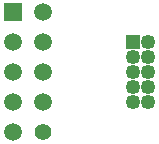
<source format=gts>
G04 #@! TF.FileFunction,Soldermask,Top*
%FSLAX46Y46*%
G04 Gerber Fmt 4.6, Leading zero omitted, Abs format (unit mm)*
G04 Created by KiCad (PCBNEW 4.0.3-stable) date Thursday, December 22, 2016 'PMt' 07:44:13 PM*
%MOMM*%
%LPD*%
G01*
G04 APERTURE LIST*
%ADD10C,0.100000*%
%ADD11R,1.253200X1.253200*%
%ADD12C,1.253200*%
%ADD13R,1.503200X1.503200*%
%ADD14C,1.503200*%
%ADD15C,1.403200*%
G04 APERTURE END LIST*
D10*
D11*
X137160000Y-101600000D03*
D12*
X137160000Y-102870000D03*
X137160000Y-104140000D03*
X137160000Y-105410000D03*
X137160000Y-106680000D03*
X138430000Y-102870000D03*
X138430000Y-104140000D03*
X138430000Y-105410000D03*
X138430000Y-106680000D03*
X138430000Y-101600000D03*
D13*
X127000000Y-99060000D03*
D14*
X129540000Y-99060000D03*
X127000000Y-101600000D03*
X129540000Y-101600000D03*
X127000000Y-104140000D03*
X129540000Y-104140000D03*
X127000000Y-106680000D03*
X129540000Y-106680000D03*
X127000000Y-109220000D03*
D15*
X129540000Y-109220000D03*
M02*

</source>
